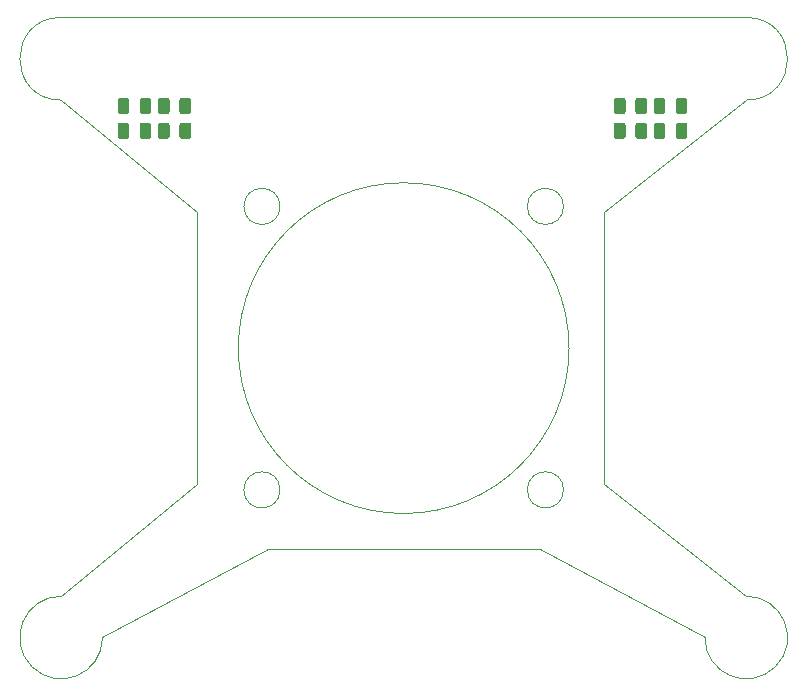
<source format=gtp>
%TF.GenerationSoftware,KiCad,Pcbnew,(5.1.7-7-g831c51c875)-1*%
%TF.CreationDate,2021-03-20T10:33:23-05:00*%
%TF.ProjectId,raspberry_pi_fan_hat,72617370-6265-4727-9279-5f70695f6661,rev?*%
%TF.SameCoordinates,PXbebc200PY8f0d180*%
%TF.FileFunction,Paste,Top*%
%TF.FilePolarity,Positive*%
%FSLAX46Y46*%
G04 Gerber Fmt 4.6, Leading zero omitted, Abs format (unit mm)*
G04 Created by KiCad (PCBNEW (5.1.7-7-g831c51c875)-1) date 2021-03-20 10:33:23*
%MOMM*%
%LPD*%
G01*
G04 APERTURE LIST*
%TA.AperFunction,Profile*%
%ADD10C,0.100000*%
%TD*%
G04 APERTURE END LIST*
D10*
X46030000Y16000000D02*
G75*
G03*
X46030000Y16000000I-1530000J0D01*
G01*
X22030000Y16000000D02*
G75*
G03*
X22030000Y16000000I-1530000J0D01*
G01*
X22030000Y40000000D02*
G75*
G03*
X22030000Y40000000I-1530000J0D01*
G01*
X46030000Y40000000D02*
G75*
G03*
X46030000Y40000000I-1530000J0D01*
G01*
X3500000Y7000000D02*
X15000000Y16500000D01*
X46500000Y28000000D02*
G75*
G03*
X46500000Y28000000I-14000000J0D01*
G01*
X49500000Y39500000D02*
X61500000Y49000000D01*
X3500000Y49000000D02*
X15000000Y39500000D01*
X61500000Y7000000D02*
X49500000Y16500000D01*
X7000000Y3500000D02*
X21000000Y11000000D01*
X44000000Y11000000D02*
X58000000Y3500000D01*
X21000000Y11000000D02*
X44000000Y11000000D01*
X15000000Y39500000D02*
X15000000Y16500000D01*
X49500000Y16500000D02*
X49500000Y39500000D01*
X7000000Y3500000D02*
G75*
G02*
X3500000Y7000000I-3500000J0D01*
G01*
X61500000Y7000000D02*
G75*
G02*
X58000000Y3500000I0J-3500000D01*
G01*
X61500000Y56000000D02*
G75*
G02*
X61500000Y49000000I0J-3500000D01*
G01*
X3500000Y49000000D02*
G75*
G02*
X3500000Y56000000I0J3500000D01*
G01*
X61500000Y56000000D02*
X3500000Y56000000D01*
G36*
G01*
X12700000Y48950001D02*
X12700000Y48049999D01*
G75*
G02*
X12450001Y47800000I-249999J0D01*
G01*
X11924999Y47800000D01*
G75*
G02*
X11675000Y48049999I0J249999D01*
G01*
X11675000Y48950001D01*
G75*
G02*
X11924999Y49200000I249999J0D01*
G01*
X12450001Y49200000D01*
G75*
G02*
X12700000Y48950001I0J-249999D01*
G01*
G37*
G36*
G01*
X14525000Y48950001D02*
X14525000Y48049999D01*
G75*
G02*
X14275001Y47800000I-249999J0D01*
G01*
X13749999Y47800000D01*
G75*
G02*
X13500000Y48049999I0J249999D01*
G01*
X13500000Y48950001D01*
G75*
G02*
X13749999Y49200000I249999J0D01*
G01*
X14275001Y49200000D01*
G75*
G02*
X14525000Y48950001I0J-249999D01*
G01*
G37*
G36*
G01*
X52100000Y45949999D02*
X52100000Y46850001D01*
G75*
G02*
X52349999Y47100000I249999J0D01*
G01*
X52875001Y47100000D01*
G75*
G02*
X53125000Y46850001I0J-249999D01*
G01*
X53125000Y45949999D01*
G75*
G02*
X52875001Y45700000I-249999J0D01*
G01*
X52349999Y45700000D01*
G75*
G02*
X52100000Y45949999I0J249999D01*
G01*
G37*
G36*
G01*
X50275000Y45949999D02*
X50275000Y46850001D01*
G75*
G02*
X50524999Y47100000I249999J0D01*
G01*
X51050001Y47100000D01*
G75*
G02*
X51300000Y46850001I0J-249999D01*
G01*
X51300000Y45949999D01*
G75*
G02*
X51050001Y45700000I-249999J0D01*
G01*
X50524999Y45700000D01*
G75*
G02*
X50275000Y45949999I0J249999D01*
G01*
G37*
G36*
G01*
X52100000Y48049999D02*
X52100000Y48950001D01*
G75*
G02*
X52349999Y49200000I249999J0D01*
G01*
X52875001Y49200000D01*
G75*
G02*
X53125000Y48950001I0J-249999D01*
G01*
X53125000Y48049999D01*
G75*
G02*
X52875001Y47800000I-249999J0D01*
G01*
X52349999Y47800000D01*
G75*
G02*
X52100000Y48049999I0J249999D01*
G01*
G37*
G36*
G01*
X50275000Y48049999D02*
X50275000Y48950001D01*
G75*
G02*
X50524999Y49200000I249999J0D01*
G01*
X51050001Y49200000D01*
G75*
G02*
X51300000Y48950001I0J-249999D01*
G01*
X51300000Y48049999D01*
G75*
G02*
X51050001Y47800000I-249999J0D01*
G01*
X50524999Y47800000D01*
G75*
G02*
X50275000Y48049999I0J249999D01*
G01*
G37*
G36*
G01*
X12700000Y46850001D02*
X12700000Y45949999D01*
G75*
G02*
X12450001Y45700000I-249999J0D01*
G01*
X11924999Y45700000D01*
G75*
G02*
X11675000Y45949999I0J249999D01*
G01*
X11675000Y46850001D01*
G75*
G02*
X11924999Y47100000I249999J0D01*
G01*
X12450001Y47100000D01*
G75*
G02*
X12700000Y46850001I0J-249999D01*
G01*
G37*
G36*
G01*
X14525000Y46850001D02*
X14525000Y45949999D01*
G75*
G02*
X14275001Y45700000I-249999J0D01*
G01*
X13749999Y45700000D01*
G75*
G02*
X13500000Y45949999I0J249999D01*
G01*
X13500000Y46850001D01*
G75*
G02*
X13749999Y47100000I249999J0D01*
G01*
X14275001Y47100000D01*
G75*
G02*
X14525000Y46850001I0J-249999D01*
G01*
G37*
G36*
G01*
X54650000Y46856250D02*
X54650000Y45943750D01*
G75*
G02*
X54406250Y45700000I-243750J0D01*
G01*
X53918750Y45700000D01*
G75*
G02*
X53675000Y45943750I0J243750D01*
G01*
X53675000Y46856250D01*
G75*
G02*
X53918750Y47100000I243750J0D01*
G01*
X54406250Y47100000D01*
G75*
G02*
X54650000Y46856250I0J-243750D01*
G01*
G37*
G36*
G01*
X56525000Y46856250D02*
X56525000Y45943750D01*
G75*
G02*
X56281250Y45700000I-243750J0D01*
G01*
X55793750Y45700000D01*
G75*
G02*
X55550000Y45943750I0J243750D01*
G01*
X55550000Y46856250D01*
G75*
G02*
X55793750Y47100000I243750J0D01*
G01*
X56281250Y47100000D01*
G75*
G02*
X56525000Y46856250I0J-243750D01*
G01*
G37*
G36*
G01*
X54650000Y48956250D02*
X54650000Y48043750D01*
G75*
G02*
X54406250Y47800000I-243750J0D01*
G01*
X53918750Y47800000D01*
G75*
G02*
X53675000Y48043750I0J243750D01*
G01*
X53675000Y48956250D01*
G75*
G02*
X53918750Y49200000I243750J0D01*
G01*
X54406250Y49200000D01*
G75*
G02*
X54650000Y48956250I0J-243750D01*
G01*
G37*
G36*
G01*
X56525000Y48956250D02*
X56525000Y48043750D01*
G75*
G02*
X56281250Y47800000I-243750J0D01*
G01*
X55793750Y47800000D01*
G75*
G02*
X55550000Y48043750I0J243750D01*
G01*
X55550000Y48956250D01*
G75*
G02*
X55793750Y49200000I243750J0D01*
G01*
X56281250Y49200000D01*
G75*
G02*
X56525000Y48956250I0J-243750D01*
G01*
G37*
G36*
G01*
X10150000Y45943750D02*
X10150000Y46856250D01*
G75*
G02*
X10393750Y47100000I243750J0D01*
G01*
X10881250Y47100000D01*
G75*
G02*
X11125000Y46856250I0J-243750D01*
G01*
X11125000Y45943750D01*
G75*
G02*
X10881250Y45700000I-243750J0D01*
G01*
X10393750Y45700000D01*
G75*
G02*
X10150000Y45943750I0J243750D01*
G01*
G37*
G36*
G01*
X8275000Y45943750D02*
X8275000Y46856250D01*
G75*
G02*
X8518750Y47100000I243750J0D01*
G01*
X9006250Y47100000D01*
G75*
G02*
X9250000Y46856250I0J-243750D01*
G01*
X9250000Y45943750D01*
G75*
G02*
X9006250Y45700000I-243750J0D01*
G01*
X8518750Y45700000D01*
G75*
G02*
X8275000Y45943750I0J243750D01*
G01*
G37*
G36*
G01*
X10150000Y48043750D02*
X10150000Y48956250D01*
G75*
G02*
X10393750Y49200000I243750J0D01*
G01*
X10881250Y49200000D01*
G75*
G02*
X11125000Y48956250I0J-243750D01*
G01*
X11125000Y48043750D01*
G75*
G02*
X10881250Y47800000I-243750J0D01*
G01*
X10393750Y47800000D01*
G75*
G02*
X10150000Y48043750I0J243750D01*
G01*
G37*
G36*
G01*
X8275000Y48043750D02*
X8275000Y48956250D01*
G75*
G02*
X8518750Y49200000I243750J0D01*
G01*
X9006250Y49200000D01*
G75*
G02*
X9250000Y48956250I0J-243750D01*
G01*
X9250000Y48043750D01*
G75*
G02*
X9006250Y47800000I-243750J0D01*
G01*
X8518750Y47800000D01*
G75*
G02*
X8275000Y48043750I0J243750D01*
G01*
G37*
M02*

</source>
